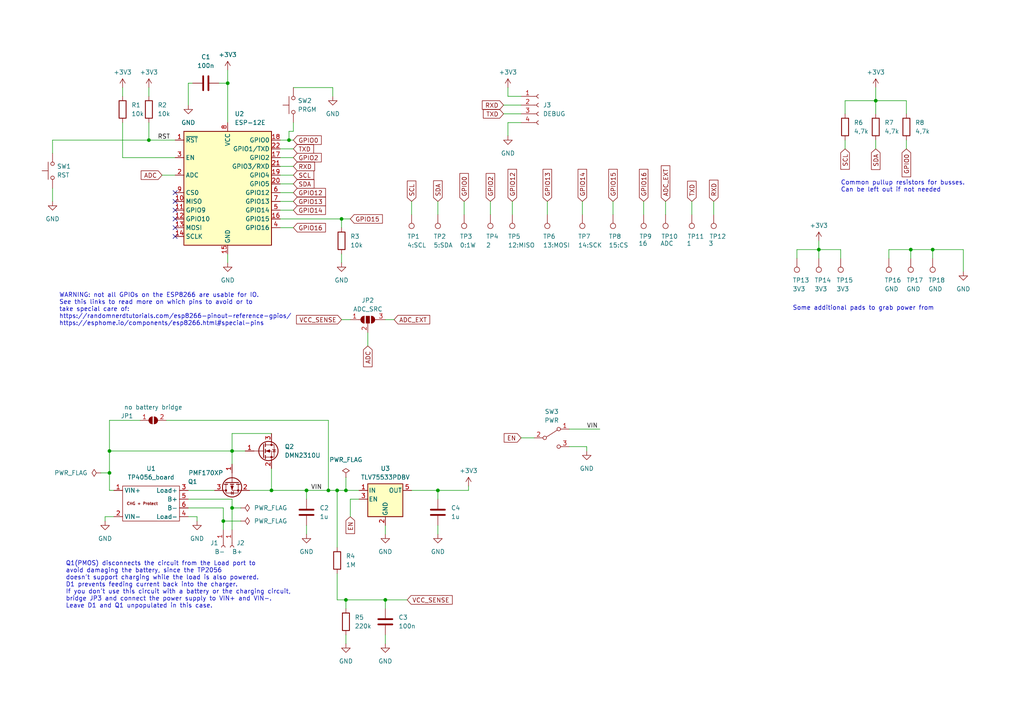
<source format=kicad_sch>
(kicad_sch (version 20230121) (generator eeschema)
  (paper "A4")
  (lib_symbols
    (symbol "Connector:Conn_01x01_Socket" (pin_names (offset 1.016) hide)
      (property "Reference" "J" (at 0 2.54 0))
      (property "Value" "Conn_01x01_Socket" (at 0 -2.54 0))
      (symbol "Conn_01x01_Socket_1_1"
        (polyline (pts (xy -1.27 0) (xy -0.508 0)) (stroke (width 0.1524)))
        (arc (start 0 0.508) (mid -0.5058 0) (end 0 -0.508) (stroke (width 0.1524)))
        (pin passive line (at -5.08 0 0) (length 3.81) (name "Pin_1") (number "1"))
      )
    )
    (symbol "Connector:Conn_01x04_Socket" (pin_names (offset 1.016) hide)
      (property "Reference" "J" (at 0 5.08 0))
      (property "Value" "Conn_01x04_Socket" (at 0 -7.62 0))
      (symbol "Conn_01x04_Socket_1_1"
        (arc (start 0 -4.572) (mid -0.5058 -5.08) (end 0 -5.588) (stroke (width 0.1524)))
        (arc (start 0 -2.032) (mid -0.5058 -2.54) (end 0 -3.048) (stroke (width 0.1524)))
        (polyline (pts (xy -1.27 -5.08) (xy -0.508 -5.08)) (stroke (width 0.1524)))
        (polyline (pts (xy -1.27 -2.54) (xy -0.508 -2.54)) (stroke (width 0.1524)))
        (polyline (pts (xy -1.27 0) (xy -0.508 0)) (stroke (width 0.1524)))
        (polyline (pts (xy -1.27 2.54) (xy -0.508 2.54)) (stroke (width 0.1524)))
        (arc (start 0 0.508) (mid -0.5058 0) (end 0 -0.508) (stroke (width 0.1524)))
        (arc (start 0 3.048) (mid -0.5058 2.54) (end 0 2.032) (stroke (width 0.1524)))
        (pin passive line (at -5.08 2.54 0) (length 3.81) (name "Pin_1") (number "1"))
        (pin passive line (at -5.08 0 0) (length 3.81) (name "Pin_2") (number "2"))
        (pin passive line (at -5.08 -2.54 0) (length 3.81) (name "Pin_3") (number "3"))
        (pin passive line (at -5.08 -5.08 0) (length 3.81) (name "Pin_4") (number "4"))
      )
    )
    (symbol "Connector:TestPoint" (pin_numbers hide) (pin_names (offset 0.762) hide)
      (property "Reference" "TP" (at 0 6.858 0))
      (property "Value" "TestPoint" (at 0 5.08 0))
      (symbol "TestPoint_0_1"
        (circle (center 0 3.302) (radius 0.762))
      )
      (symbol "TestPoint_1_1"
        (pin passive line (at 0 0 90) (length 2.54) (name "1") (number "1"))
      )
    )
    (symbol "Device:C" (pin_numbers hide) (pin_names (offset 0.254))
      (property "Reference" "C" (at 0.635 2.54 0))
      (property "Value" "C" (at 0.635 -2.54 0))
      (symbol "C_0_1"
        (polyline (pts (xy -2.032 -0.762) (xy 2.032 -0.762)) (stroke (width 0.508)))
        (polyline (pts (xy -2.032 0.762) (xy 2.032 0.762)) (stroke (width 0.508)))
      )
      (symbol "C_1_1"
        (pin passive line (at 0 3.81 270) (length 2.794) (name "~") (number "1"))
        (pin passive line (at 0 -3.81 90) (length 2.794) (name "~") (number "2"))
      )
    )
    (symbol "Device:Q_NMOS_GSD" (pin_names (offset 0) hide)
      (property "Reference" "Q" (at 5.08 1.27 0))
      (property "Value" "Q_NMOS_GSD" (at 5.08 -1.27 0))
      (symbol "Q_NMOS_GSD_0_1"
        (polyline (pts (xy 0.254 0) (xy -2.54 0)))
        (polyline (pts (xy 0.254 1.905) (xy 0.254 -1.905)) (stroke (width 0.254)))
        (polyline (pts (xy 0.762 -1.27) (xy 0.762 -2.286)) (stroke (width 0.254)))
        (polyline (pts (xy 0.762 0.508) (xy 0.762 -0.508)) (stroke (width 0.254)))
        (polyline (pts (xy 0.762 2.286) (xy 0.762 1.27)) (stroke (width 0.254)))
        (polyline (pts (xy 2.54 2.54) (xy 2.54 1.778)))
        (polyline (pts (xy 2.54 -2.54) (xy 2.54 0) (xy 0.762 0)))
        (polyline (pts (xy 0.762 -1.778) (xy 3.302 -1.778) (xy 3.302 1.778) (xy 0.762 1.778)))
        (polyline (pts (xy 1.016 0) (xy 2.032 0.381) (xy 2.032 -0.381) (xy 1.016 0)) (fill (type outline)))
        (polyline (pts (xy 2.794 0.508) (xy 2.921 0.381) (xy 3.683 0.381) (xy 3.81 0.254)))
        (polyline (pts (xy 3.302 0.381) (xy 2.921 -0.254) (xy 3.683 -0.254) (xy 3.302 0.381)))
        (circle (center 1.651 0) (radius 2.794) (stroke (width 0.254)))
        (circle (center 2.54 -1.778) (radius 0.254) (fill (type outline)))
        (circle (center 2.54 1.778) (radius 0.254) (fill (type outline)))
      )
      (symbol "Q_NMOS_GSD_1_1"
        (pin input line (at -5.08 0 0) (length 2.54) (name "G") (number "1"))
        (pin passive line (at 2.54 -5.08 90) (length 2.54) (name "S") (number "2"))
        (pin passive line (at 2.54 5.08 270) (length 2.54) (name "D") (number "3"))
      )
    )
    (symbol "Device:R" (pin_numbers hide) (pin_names (offset 0))
      (property "Reference" "R" (at 2.032 0 90))
      (property "Value" "R" (at 0 0 90))
      (symbol "R_0_1"
        (rectangle (start -1.016 -2.54) (end 1.016 2.54) (stroke (width 0.254)))
      )
      (symbol "R_1_1"
        (pin passive line (at 0 3.81 270) (length 1.27) (name "~") (number "1"))
        (pin passive line (at 0 -3.81 90) (length 1.27) (name "~") (number "2"))
      )
    )
    (symbol "Jumper:SolderJumper_2_Open" (pin_names (offset 0) hide)
      (property "Reference" "JP" (at 0 2.032 0))
      (property "Value" "SolderJumper_2_Open" (at 0 -2.54 0))
      (symbol "SolderJumper_2_Open_0_1"
        (arc (start -0.254 1.016) (mid -1.2656 0) (end -0.254 -1.016))
        (arc (start -0.254 1.016) (mid -1.2656 0) (end -0.254 -1.016) (fill (type outline)))
        (polyline (pts (xy -0.254 1.016) (xy -0.254 -1.016)))
        (polyline (pts (xy 0.254 1.016) (xy 0.254 -1.016)))
        (arc (start 0.254 -1.016) (mid 1.2656 0) (end 0.254 1.016))
        (arc (start 0.254 -1.016) (mid 1.2656 0) (end 0.254 1.016) (fill (type outline)))
      )
      (symbol "SolderJumper_2_Open_1_1"
        (pin passive line (at -3.81 0 0) (length 2.54) (name "A") (number "1"))
        (pin passive line (at 3.81 0 180) (length 2.54) (name "B") (number "2"))
      )
    )
    (symbol "Jumper:SolderJumper_3_Open" (pin_names (offset 0) hide)
      (property "Reference" "JP" (at -2.54 -2.54 0))
      (property "Value" "SolderJumper_3_Open" (at 0 2.794 0))
      (symbol "SolderJumper_3_Open_0_1"
        (arc (start -1.016 1.016) (mid -2.0276 0) (end -1.016 -1.016))
        (arc (start -1.016 1.016) (mid -2.0276 0) (end -1.016 -1.016) (fill (type outline)))
        (rectangle (start -0.508 1.016) (end 0.508 -1.016) (fill (type outline)))
        (polyline (pts (xy -2.54 0) (xy -2.032 0)))
        (polyline (pts (xy -1.016 1.016) (xy -1.016 -1.016)))
        (polyline (pts (xy 0 -1.27) (xy 0 -1.016)))
        (polyline (pts (xy 1.016 1.016) (xy 1.016 -1.016)))
        (polyline (pts (xy 2.54 0) (xy 2.032 0)))
        (arc (start 1.016 -1.016) (mid 2.0276 0) (end 1.016 1.016))
        (arc (start 1.016 -1.016) (mid 2.0276 0) (end 1.016 1.016) (fill (type outline)))
      )
      (symbol "SolderJumper_3_Open_1_1"
        (pin passive line (at -5.08 0 0) (length 2.54) (name "A") (number "1"))
        (pin passive line (at 0 -3.81 90) (length 2.54) (name "C") (number "2"))
        (pin passive line (at 5.08 0 180) (length 2.54) (name "B") (number "3"))
      )
    )
    (symbol "RF_Module:ESP-12E"
      (property "Reference" "U" (at -12.7 19.05 0))
      (property "Value" "ESP-12E" (at 12.7 19.05 0))
      (symbol "ESP-12E_0_1"
        (rectangle (start -12.7 17.78) (end 12.7 -15.24) (stroke (width 0.254)) (fill (type background)))
      )
      (symbol "ESP-12E_1_1"
        (pin input line (at -15.24 15.24 0) (length 2.54) (name "~{RST}") (number "1"))
        (pin bidirectional line (at -15.24 -2.54 0) (length 2.54) (name "MISO") (number "10"))
        (pin bidirectional line (at -15.24 -5.08 0) (length 2.54) (name "GPIO9") (number "11"))
        (pin bidirectional line (at -15.24 -7.62 0) (length 2.54) (name "GPIO10") (number "12"))
        (pin bidirectional line (at -15.24 -10.16 0) (length 2.54) (name "MOSI") (number "13"))
        (pin bidirectional line (at -15.24 -12.7 0) (length 2.54) (name "SCLK") (number "14"))
        (pin power_in line (at 0 -17.78 90) (length 2.54) (name "GND") (number "15"))
        (pin bidirectional line (at 15.24 -7.62 180) (length 2.54) (name "GPIO15") (number "16"))
        (pin bidirectional line (at 15.24 10.16 180) (length 2.54) (name "GPIO2") (number "17"))
        (pin bidirectional line (at 15.24 15.24 180) (length 2.54) (name "GPIO0") (number "18"))
        (pin bidirectional line (at 15.24 5.08 180) (length 2.54) (name "GPIO4") (number "19"))
        (pin input line (at -15.24 5.08 0) (length 2.54) (name "ADC") (number "2"))
        (pin bidirectional line (at 15.24 2.54 180) (length 2.54) (name "GPIO5") (number "20"))
        (pin bidirectional line (at 15.24 7.62 180) (length 2.54) (name "GPIO3/RXD") (number "21"))
        (pin bidirectional line (at 15.24 12.7 180) (length 2.54) (name "GPIO1/TXD") (number "22"))
        (pin input line (at -15.24 10.16 0) (length 2.54) (name "EN") (number "3"))
        (pin bidirectional line (at 15.24 -10.16 180) (length 2.54) (name "GPIO16") (number "4"))
        (pin bidirectional line (at 15.24 -5.08 180) (length 2.54) (name "GPIO14") (number "5"))
        (pin bidirectional line (at 15.24 0 180) (length 2.54) (name "GPIO12") (number "6"))
        (pin bidirectional line (at 15.24 -2.54 180) (length 2.54) (name "GPIO13") (number "7"))
        (pin power_in line (at 0 20.32 270) (length 2.54) (name "VCC") (number "8"))
        (pin input line (at -15.24 0 0) (length 2.54) (name "CS0") (number "9"))
      )
    )
    (symbol "Regulator_Linear:TLV75533PDBV" (pin_names (offset 0.254))
      (property "Reference" "U" (at -3.81 5.715 0))
      (property "Value" "TLV75533PDBV" (at 0 5.715 0))
      (symbol "TLV75533PDBV_0_1"
        (rectangle (start -5.08 4.445) (end 5.08 -5.08) (stroke (width 0.254)) (fill (type background)))
      )
      (symbol "TLV75533PDBV_1_1"
        (pin power_in line (at -7.62 2.54 0) (length 2.54) (name "IN") (number "1"))
        (pin power_in line (at 0 -7.62 90) (length 2.54) (name "GND") (number "2"))
        (pin input line (at -7.62 0 0) (length 2.54) (name "EN") (number "3"))
        (pin no_connect line (at 5.08 0 180) (length 2.54) hide (name "NC") (number "4"))
        (pin power_out line (at 7.62 2.54 180) (length 2.54) (name "OUT") (number "5"))
      )
    )
    (symbol "Switch:SW_Push" (pin_numbers hide) (pin_names (offset 1.016) hide)
      (property "Reference" "SW" (at 1.27 2.54 0))
      (property "Value" "SW_Push" (at 0 -1.524 0))
      (symbol "SW_Push_0_1"
        (circle (center -2.032 0) (radius 0.508))
        (polyline (pts (xy 0 1.27) (xy 0 3.048)))
        (polyline (pts (xy 2.54 1.27) (xy -2.54 1.27)))
        (circle (center 2.032 0) (radius 0.508))
        (pin passive line (at -5.08 0 0) (length 2.54) (name "1") (number "1"))
        (pin passive line (at 5.08 0 180) (length 2.54) (name "2") (number "2"))
      )
    )
    (symbol "Switch:SW_SPDT" (pin_names (offset 0) hide)
      (property "Reference" "SW" (at 0 4.318 0))
      (property "Value" "SW_SPDT" (at 0 -5.08 0))
      (symbol "SW_SPDT_0_0"
        (circle (center -2.032 0) (radius 0.508))
        (circle (center 2.032 -2.54) (radius 0.508))
      )
      (symbol "SW_SPDT_0_1"
        (polyline (pts (xy -1.524 0.254) (xy 1.651 2.286)))
        (circle (center 2.032 2.54) (radius 0.508))
      )
      (symbol "SW_SPDT_1_1"
        (pin passive line (at 5.08 2.54 180) (length 2.54) (name "A") (number "1"))
        (pin passive line (at -5.08 0 0) (length 2.54) (name "B") (number "2"))
        (pin passive line (at 5.08 -2.54 180) (length 2.54) (name "C") (number "3"))
      )
    )
    (symbol "Transistor_FET:IRLML6401" (pin_names hide)
      (property "Reference" "Q" (at 5.08 1.905 0))
      (property "Value" "IRLML6401" (at 5.08 0 0))
      (symbol "IRLML6401_0_1"
        (polyline (pts (xy 0.254 0) (xy -2.54 0)))
        (polyline (pts (xy 0.254 1.905) (xy 0.254 -1.905)) (stroke (width 0.254)))
        (polyline (pts (xy 0.762 -1.27) (xy 0.762 -2.286)) (stroke (width 0.254)))
        (polyline (pts (xy 0.762 0.508) (xy 0.762 -0.508)) (stroke (width 0.254)))
        (polyline (pts (xy 0.762 2.286) (xy 0.762 1.27)) (stroke (width 0.254)))
        (polyline (pts (xy 2.54 2.54) (xy 2.54 1.778)))
        (polyline (pts (xy 2.54 -2.54) (xy 2.54 0) (xy 0.762 0)))
        (polyline (pts (xy 0.762 1.778) (xy 3.302 1.778) (xy 3.302 -1.778) (xy 0.762 -1.778)))
        (polyline (pts (xy 2.286 0) (xy 1.27 0.381) (xy 1.27 -0.381) (xy 2.286 0)) (fill (type outline)))
        (polyline (pts (xy 2.794 -0.508) (xy 2.921 -0.381) (xy 3.683 -0.381) (xy 3.81 -0.254)))
        (polyline (pts (xy 3.302 -0.381) (xy 2.921 0.254) (xy 3.683 0.254) (xy 3.302 -0.381)))
        (circle (center 1.651 0) (radius 2.794) (stroke (width 0.254)))
        (circle (center 2.54 -1.778) (radius 0.254) (fill (type outline)))
        (circle (center 2.54 1.778) (radius 0.254) (fill (type outline)))
      )
      (symbol "IRLML6401_1_1"
        (pin input line (at -5.08 0 0) (length 2.54) (name "G") (number "1"))
        (pin passive line (at 2.54 -5.08 90) (length 2.54) (name "S") (number "2"))
        (pin passive line (at 2.54 5.08 270) (length 2.54) (name "D") (number "3"))
      )
    )
    (symbol "anphi_util:TP4056_board"
      (property "Reference" "U" (at 2.54 -3.81 0))
      (property "Value" "TP4056_board" (at 7.62 -1.27 0))
      (symbol "TP4056_board_0_0"
        (text "CHG + Protect" (at 5.715 5.08 0) (effects (font (size 0.8 0.8))))
      )
      (symbol "TP4056_board_0_1"
        (rectangle (start 0 10.16) (end 16.51 0))
      )
      (symbol "TP4056_board_1_1"
        (pin power_in line (at -2.54 8.89 0) (length 2.54) (name "VIN+") (number "1"))
        (pin power_in line (at -2.54 1.27 0) (length 2.54) (name "VIN-") (number "2"))
        (pin power_out line (at 19.05 8.89 180) (length 2.54) (name "Load+") (number "3"))
        (pin power_out line (at 19.05 1.27 180) (length 2.54) (name "Load-") (number "4"))
        (pin power_in line (at 19.05 6.35 180) (length 2.54) (name "B+") (number "5"))
        (pin power_in line (at 19.05 3.81 180) (length 2.54) (name "B-") (number "6"))
      )
    )
    (symbol "power:+3V3" (power) (pin_names (offset 0))
      (property "Value" "+3V3" (at 0 3.556 0))
      (symbol "+3V3_0_1"
        (polyline (pts (xy -0.762 1.27) (xy 0 2.54)))
        (polyline (pts (xy 0 0) (xy 0 2.54)))
        (polyline (pts (xy 0 2.54) (xy 0.762 1.27)))
      )
      (symbol "+3V3_1_1"
        (pin power_in line (at 0 0 90) (length 0) hide (name "+3V3") (number "1"))
      )
    )
    (symbol "power:GND" (power) (pin_names (offset 0))
      (property "Value" "GND" (at 0 -3.81 0))
      (symbol "GND_0_1"
        (polyline (pts (xy 0 0) (xy 0 -1.27) (xy 1.27 -1.27) (xy 0 -2.54) (xy -1.27 -1.27) (xy 0 -1.27)))
      )
      (symbol "GND_1_1"
        (pin power_in line (at 0 0 270) (length 0) hide (name "GND") (number "1"))
      )
    )
    (symbol "power:PWR_FLAG" (power) (pin_numbers hide) (pin_names (offset 0) hide)
      (property "Value" "PWR_FLAG" (at 0 3.81 0))
      (symbol "PWR_FLAG_0_0"
        (pin power_out line (at 0 0 90) (length 0) (name "pwr") (number "1"))
      )
      (symbol "PWR_FLAG_0_1"
        (polyline (pts (xy 0 0) (xy 0 1.27) (xy -1.016 1.905) (xy 0 2.54) (xy 1.016 1.905) (xy 0 1.27)))
      )
    )
  )
  (junction (at 78.74 142.24))
  (junction (at 264.16 72.39))
  (junction (at 67.31 147.32))
  (junction (at 88.9 142.24))
  (junction (at 67.31 130.81))
  (junction (at 99.06 63.5))
  (junction (at 111.76 173.99))
  (junction (at 31.75 137.16))
  (junction (at 100.33 173.99))
  (junction (at 127 142.24))
  (junction (at 43.18 40.64))
  (junction (at 97.79 142.24))
  (junction (at 31.75 130.81))
  (junction (at 237.49 72.39))
  (junction (at 95.25 142.24))
  (junction (at 270.51 72.39))
  (junction (at 83.82 40.64))
  (junction (at 100.33 142.24))
  (junction (at 254 29.21))
  (junction (at 64.77 151.13))
  (junction (at 66.04 24.13))
  (no_connect (at 50.8 66.04))
  (no_connect (at 50.8 63.5))
  (no_connect (at 50.8 60.96))
  (no_connect (at 50.8 68.58))
  (no_connect (at 50.8 58.42))
  (no_connect (at 50.8 55.88))
  (wire (pts (xy 99.06 63.5) (xy 99.06 66.04)))
  (wire (pts (xy 270.51 72.39) (xy 270.51 74.93)))
  (wire (pts (xy 31.75 137.16) (xy 31.75 130.81)))
  (wire (pts (xy 270.51 72.39) (xy 264.16 72.39)))
  (wire (pts (xy 54.61 144.78) (xy 67.31 144.78)))
  (wire (pts (xy 35.56 45.72) (xy 35.56 35.56)))
  (wire (pts (xy 43.18 35.56) (xy 43.18 40.64)))
  (wire (pts (xy 67.31 130.81) (xy 67.31 134.62)))
  (wire (pts (xy 83.82 40.64) (xy 85.09 40.64)))
  (wire (pts (xy 119.38 142.24) (xy 127 142.24)))
  (wire (pts (xy 262.89 29.21) (xy 262.89 33.02)))
  (wire (pts (xy 158.75 58.42) (xy 158.75 62.23)))
  (wire (pts (xy 63.5 24.13) (xy 66.04 24.13)))
  (wire (pts (xy 81.28 43.18) (xy 85.09 43.18)))
  (wire (pts (xy 50.8 45.72) (xy 35.56 45.72)))
  (wire (pts (xy 147.32 35.56) (xy 147.32 39.37)))
  (wire (pts (xy 279.4 72.39) (xy 270.51 72.39)))
  (wire (pts (xy 142.24 58.42) (xy 142.24 62.23)))
  (wire (pts (xy 279.4 78.74) (xy 279.4 72.39)))
  (wire (pts (xy 64.77 151.13) (xy 64.77 153.67)))
  (wire (pts (xy 43.18 40.64) (xy 50.8 40.64)))
  (wire (pts (xy 31.75 142.24) (xy 33.02 142.24)))
  (wire (pts (xy 237.49 72.39) (xy 237.49 74.93)))
  (wire (pts (xy 95.25 121.92) (xy 48.26 121.92)))
  (wire (pts (xy 127 152.4) (xy 127 154.94)))
  (wire (pts (xy 88.9 142.24) (xy 88.9 144.78)))
  (wire (pts (xy 35.56 25.4) (xy 35.56 27.94)))
  (wire (pts (xy 237.49 69.85) (xy 237.49 72.39)))
  (wire (pts (xy 146.05 30.48) (xy 151.13 30.48)))
  (wire (pts (xy 83.82 38.1) (xy 85.09 38.1)))
  (wire (pts (xy 81.28 63.5) (xy 99.06 63.5)))
  (wire (pts (xy 100.33 142.24) (xy 104.14 142.24)))
  (wire (pts (xy 111.76 92.71) (xy 114.3 92.71)))
  (wire (pts (xy 245.11 40.64) (xy 245.11 43.18)))
  (wire (pts (xy 15.24 40.64) (xy 15.24 44.45)))
  (wire (pts (xy 81.28 45.72) (xy 85.09 45.72)))
  (wire (pts (xy 264.16 72.39) (xy 264.16 74.93)))
  (wire (pts (xy 81.28 55.88) (xy 85.09 55.88)))
  (wire (pts (xy 243.84 72.39) (xy 243.84 74.93)))
  (wire (pts (xy 231.14 74.93) (xy 231.14 72.39)))
  (wire (pts (xy 43.18 25.4) (xy 43.18 27.94)))
  (wire (pts (xy 67.31 130.81) (xy 71.12 130.81)))
  (wire (pts (xy 186.69 58.42) (xy 186.69 62.23)))
  (wire (pts (xy 97.79 142.24) (xy 100.33 142.24)))
  (wire (pts (xy 81.28 40.64) (xy 83.82 40.64)))
  (wire (pts (xy 67.31 147.32) (xy 69.85 147.32)))
  (wire (pts (xy 78.74 135.89) (xy 78.74 142.24)))
  (wire (pts (xy 262.89 40.64) (xy 262.89 43.18)))
  (wire (pts (xy 54.61 24.13) (xy 55.88 24.13)))
  (wire (pts (xy 15.24 54.61) (xy 15.24 58.42)))
  (wire (pts (xy 81.28 48.26) (xy 85.09 48.26)))
  (wire (pts (xy 146.05 33.02) (xy 151.13 33.02)))
  (wire (pts (xy 254 25.4) (xy 254 29.21)))
  (wire (pts (xy 85.09 38.1) (xy 85.09 35.56)))
  (wire (pts (xy 81.28 66.04) (xy 85.09 66.04)))
  (wire (pts (xy 78.74 125.73) (xy 67.31 125.73)))
  (wire (pts (xy 147.32 25.4) (xy 147.32 27.94)))
  (wire (pts (xy 46.99 50.8) (xy 50.8 50.8)))
  (wire (pts (xy 83.82 40.64) (xy 83.82 38.1)))
  (wire (pts (xy 81.28 50.8) (xy 85.09 50.8)))
  (wire (pts (xy 99.06 73.66) (xy 99.06 76.2)))
  (wire (pts (xy 31.75 121.92) (xy 31.75 130.81)))
  (wire (pts (xy 151.13 27.94) (xy 147.32 27.94)))
  (wire (pts (xy 151.13 35.56) (xy 147.32 35.56)))
  (wire (pts (xy 101.6 144.78) (xy 101.6 149.86)))
  (wire (pts (xy 111.76 173.99) (xy 100.33 173.99)))
  (wire (pts (xy 66.04 73.66) (xy 66.04 76.2)))
  (wire (pts (xy 66.04 24.13) (xy 66.04 35.56)))
  (wire (pts (xy 57.15 151.13) (xy 57.15 149.86)))
  (wire (pts (xy 111.76 152.4) (xy 111.76 154.94)))
  (wire (pts (xy 54.61 142.24) (xy 62.23 142.24)))
  (wire (pts (xy 67.31 125.73) (xy 67.31 130.81)))
  (wire (pts (xy 64.77 151.13) (xy 69.85 151.13)))
  (wire (pts (xy 81.28 53.34) (xy 85.09 53.34)))
  (wire (pts (xy 165.1 124.46) (xy 173.99 124.46)))
  (wire (pts (xy 127 142.24) (xy 135.89 142.24)))
  (wire (pts (xy 81.28 60.96) (xy 85.09 60.96)))
  (wire (pts (xy 151.13 127) (xy 154.94 127)))
  (wire (pts (xy 100.33 173.99) (xy 100.33 176.53)))
  (wire (pts (xy 231.14 72.39) (xy 237.49 72.39)))
  (wire (pts (xy 254 29.21) (xy 254 33.02)))
  (wire (pts (xy 95.25 121.92) (xy 95.25 142.24)))
  (wire (pts (xy 40.64 121.92) (xy 31.75 121.92)))
  (wire (pts (xy 200.66 58.42) (xy 200.66 62.23)))
  (wire (pts (xy 168.91 58.42) (xy 168.91 62.23)))
  (wire (pts (xy 106.68 96.52) (xy 106.68 100.33)))
  (wire (pts (xy 254 40.64) (xy 254 43.18)))
  (wire (pts (xy 99.06 63.5) (xy 101.6 63.5)))
  (wire (pts (xy 111.76 173.99) (xy 118.11 173.99)))
  (wire (pts (xy 54.61 30.48) (xy 54.61 24.13)))
  (wire (pts (xy 57.15 149.86) (xy 54.61 149.86)))
  (wire (pts (xy 15.24 40.64) (xy 43.18 40.64)))
  (wire (pts (xy 66.04 20.32) (xy 66.04 24.13)))
  (wire (pts (xy 264.16 72.39) (xy 257.81 72.39)))
  (wire (pts (xy 193.04 58.42) (xy 193.04 62.23)))
  (wire (pts (xy 119.38 58.42) (xy 119.38 62.23)))
  (wire (pts (xy 170.18 129.54) (xy 165.1 129.54)))
  (wire (pts (xy 67.31 144.78) (xy 67.31 147.32)))
  (wire (pts (xy 88.9 142.24) (xy 95.25 142.24)))
  (wire (pts (xy 64.77 147.32) (xy 64.77 151.13)))
  (wire (pts (xy 54.61 147.32) (xy 64.77 147.32)))
  (wire (pts (xy 78.74 142.24) (xy 88.9 142.24)))
  (wire (pts (xy 104.14 144.78) (xy 101.6 144.78)))
  (wire (pts (xy 96.52 27.94) (xy 96.52 25.4)))
  (wire (pts (xy 177.8 58.42) (xy 177.8 62.23)))
  (wire (pts (xy 134.62 58.42) (xy 134.62 62.23)))
  (wire (pts (xy 30.48 149.86) (xy 30.48 151.13)))
  (wire (pts (xy 245.11 33.02) (xy 245.11 29.21)))
  (wire (pts (xy 96.52 25.4) (xy 85.09 25.4)))
  (wire (pts (xy 111.76 176.53) (xy 111.76 173.99)))
  (wire (pts (xy 97.79 166.37) (xy 97.79 173.99)))
  (wire (pts (xy 148.59 58.42) (xy 148.59 62.23)))
  (wire (pts (xy 170.18 130.81) (xy 170.18 129.54)))
  (wire (pts (xy 245.11 29.21) (xy 254 29.21)))
  (wire (pts (xy 135.89 140.97) (xy 135.89 142.24)))
  (wire (pts (xy 127 142.24) (xy 127 144.78)))
  (wire (pts (xy 100.33 138.43) (xy 100.33 142.24)))
  (wire (pts (xy 67.31 147.32) (xy 67.31 153.67)))
  (wire (pts (xy 99.06 92.71) (xy 101.6 92.71)))
  (wire (pts (xy 31.75 142.24) (xy 31.75 137.16)))
  (wire (pts (xy 97.79 142.24) (xy 97.79 158.75)))
  (wire (pts (xy 95.25 142.24) (xy 97.79 142.24)))
  (wire (pts (xy 88.9 152.4) (xy 88.9 154.94)))
  (wire (pts (xy 100.33 184.15) (xy 100.33 186.69)))
  (wire (pts (xy 29.21 137.16) (xy 31.75 137.16)))
  (wire (pts (xy 81.28 58.42) (xy 85.09 58.42)))
  (wire (pts (xy 254 29.21) (xy 262.89 29.21)))
  (wire (pts (xy 97.79 173.99) (xy 100.33 173.99)))
  (wire (pts (xy 31.75 130.81) (xy 67.31 130.81)))
  (wire (pts (xy 207.01 58.42) (xy 207.01 62.23)))
  (wire (pts (xy 257.81 72.39) (xy 257.81 74.93)))
  (wire (pts (xy 237.49 72.39) (xy 243.84 72.39)))
  (wire (pts (xy 33.02 149.86) (xy 30.48 149.86)))
  (wire (pts (xy 72.39 142.24) (xy 78.74 142.24)))
  (wire (pts (xy 111.76 184.15) (xy 111.76 186.69)))
  (wire (pts (xy 127 58.42) (xy 127 62.23)))
  (text "Q1(PMOS) disconnects the circuit from the Load port to\navoid damaging the battery, since the TP2056 \ndoesn't support charging while the load is also powered.\nD1 prevents feeding current back into the charger.\nIf you don't use this circuit with a battery or the charging circuit,\nbridge JP3 and connect the power supply to VIN+ and VIN-.\nLeave D1 and Q1 unpopulated in this case." (at 19.05 176.53 0) (effects (font (size 1.27 1.27)) (justify left bottom)))
  (text "Some additional pads to grab power from" (at 229.87 90.17 0) (effects (font (size 1.27 1.27)) (justify left bottom)))
  (text "Common pullup resistors for busses.\nCan be left out if not needed\n" (at 243.84 55.88 0) (effects (font (size 1.27 1.27)) (justify left bottom)))
  (text "WARNING: not all GPIOs on the ESP8266 are usable for IO.\nSee this links to read more on which pins to avoid or to\ntake special care of:\nhttps://randomnerdtutorials.com/esp8266-pinout-reference-gpios/\nhttps://esphome.io/components/esp8266.html#special-pins" (at 17.145 94.615 0) (effects (font (size 1.27 1.27)) (justify left bottom)))
  (label "RST" (at 45.72 40.64 0))
  (label "VIN" (at 90.17 142.24 0))
  (label "VIN" (at 170.18 124.46 0))
  (global_label "GPIO12" (shape input) (at 85.09 55.88 0) (property "Intersheetrefs" "${INTERSHEET_REFS}" (effects hide)))
  (global_label "GPIO13" (shape input) (at 85.09 58.42 0) (property "Intersheetrefs" "${INTERSHEET_REFS}" (effects hide)))
  (global_label "VCC_SENSE" (shape input) (at 118.11 173.99 0) (property "Intersheetrefs" "${INTERSHEET_REFS}" (effects hide)))
  (global_label "RXD" (shape input) (at 207.01 58.42 90) (property "Intersheetrefs" "${INTERSHEET_REFS}" (effects hide)))
  (global_label "GPIO12" (shape input) (at 148.59 58.42 90) (property "Intersheetrefs" "${INTERSHEET_REFS}" (effects hide)))
  (global_label "SDA" (shape input) (at 254 43.18 270) (property "Intersheetrefs" "${INTERSHEET_REFS}" (effects hide)))
  (global_label "VCC_SENSE" (shape input) (at 99.06 92.71 180) (property "Intersheetrefs" "${INTERSHEET_REFS}" (effects hide)))
  (global_label "GPIO0" (shape input) (at 262.89 43.18 270) (property "Intersheetrefs" "${INTERSHEET_REFS}" (effects hide)))
  (global_label "GPIO16" (shape input) (at 85.09 66.04 0) (property "Intersheetrefs" "${INTERSHEET_REFS}" (effects hide)))
  (global_label "SCL" (shape input) (at 85.09 50.8 0) (property "Intersheetrefs" "${INTERSHEET_REFS}" (effects hide)))
  (global_label "GPIO13" (shape input) (at 158.75 58.42 90) (property "Intersheetrefs" "${INTERSHEET_REFS}" (effects hide)))
  (global_label "GPIO0" (shape input) (at 134.62 58.42 90) (property "Intersheetrefs" "${INTERSHEET_REFS}" (effects hide)))
  (global_label "RXD" (shape input) (at 85.09 48.26 0) (property "Intersheetrefs" "${INTERSHEET_REFS}" (effects hide)))
  (global_label "ADC" (shape input) (at 46.99 50.8 180) (property "Intersheetrefs" "${INTERSHEET_REFS}" (effects hide)))
  (global_label "SDA" (shape input) (at 127 58.42 90) (property "Intersheetrefs" "${INTERSHEET_REFS}" (effects hide)))
  (global_label "GPIO14" (shape input) (at 85.09 60.96 0) (property "Intersheetrefs" "${INTERSHEET_REFS}" (effects hide)))
  (global_label "GPIO15" (shape input) (at 177.8 58.42 90) (property "Intersheetrefs" "${INTERSHEET_REFS}" (effects hide)))
  (global_label "ADC_EXT" (shape input) (at 193.04 58.42 90) (property "Intersheetrefs" "${INTERSHEET_REFS}" (effects hide)))
  (global_label "GPIO16" (shape input) (at 186.69 58.42 90) (property "Intersheetrefs" "${INTERSHEET_REFS}" (effects hide)))
  (global_label "TXD" (shape input) (at 200.66 58.42 90) (property "Intersheetrefs" "${INTERSHEET_REFS}" (effects hide)))
  (global_label "EN" (shape input) (at 101.6 149.86 270) (property "Intersheetrefs" "${INTERSHEET_REFS}" (effects hide)))
  (global_label "SCL" (shape input) (at 245.11 43.18 270) (property "Intersheetrefs" "${INTERSHEET_REFS}" (effects hide)))
  (global_label "ADC_EXT" (shape input) (at 114.3 92.71 0) (property "Intersheetrefs" "${INTERSHEET_REFS}" (effects hide)))
  (global_label "RXD" (shape input) (at 146.05 30.48 180) (property "Intersheetrefs" "${INTERSHEET_REFS}" (effects hide)))
  (global_label "GPIO15" (shape input) (at 101.6 63.5 0) (property "Intersheetrefs" "${INTERSHEET_REFS}" (effects hide)))
  (global_label "SDA" (shape input) (at 85.09 53.34 0) (property "Intersheetrefs" "${INTERSHEET_REFS}" (effects hide)))
  (global_label "GPIO0" (shape input) (at 85.09 40.64 0) (property "Intersheetrefs" "${INTERSHEET_REFS}" (effects hide)))
  (global_label "TXD" (shape input) (at 85.09 43.18 0) (property "Intersheetrefs" "${INTERSHEET_REFS}" (effects hide)))
  (global_label "EN" (shape input) (at 151.13 127 180) (property "Intersheetrefs" "${INTERSHEET_REFS}" (effects hide)))
  (global_label "GPIO2" (shape input) (at 142.24 58.42 90) (property "Intersheetrefs" "${INTERSHEET_REFS}" (effects hide)))
  (global_label "ADC" (shape input) (at 106.68 100.33 270) (property "Intersheetrefs" "${INTERSHEET_REFS}" (effects hide)))
  (global_label "GPIO14" (shape input) (at 168.91 58.42 90) (property "Intersheetrefs" "${INTERSHEET_REFS}" (effects hide)))
  (global_label "SCL" (shape input) (at 119.38 58.42 90) (property "Intersheetrefs" "${INTERSHEET_REFS}" (effects hide)))
  (global_label "GPIO2" (shape input) (at 85.09 45.72 0) (property "Intersheetrefs" "${INTERSHEET_REFS}" (effects hide)))
  (global_label "TXD" (shape input) (at 146.05 33.02 180) (property "Intersheetrefs" "${INTERSHEET_REFS}" (effects hide)))
  (symbol (lib_id "power:GND") (at 96.52 27.94 0) (mirror y) (unit 1)
    (property "Reference" "#PWR010" (effects hide))
    (property "Value" "GND" (at 96.52 33.02 0))
  )
  (symbol (lib_id "power:+3V3") (at 135.89 140.97 0) (unit 1)
    (property "Reference" "#PWR016" (effects hide))
    (property "Value" "+3V3" (at 135.89 136.525 0))
  )
  (symbol (lib_id "Regulator_Linear:TLV75533PDBV") (at 111.76 144.78 0) (unit 1)
    (property "Reference" "U3" (at 111.76 135.89 0))
    (property "Value" "TLV75533PDBV" (at 111.76 138.43 0))
    (property "Footprint" "Package_TO_SOT_SMD:SOT-23-5" (effects hide))
    (property "Datasheet" "http://www.ti.com/lit/ds/symlink/tlv755p.pdf" (effects hide))
  )
  (symbol (lib_id "power:+3V3") (at 43.18 25.4 0) (unit 1)
    (property "Reference" "#PWR04" (effects hide))
    (property "Value" "+3V3" (at 43.18 20.955 0))
  )
  (symbol (lib_id "Jumper:SolderJumper_3_Open") (at 106.68 92.71 0) (unit 1)
    (property "Reference" "JP2" (at 106.68 87.122 0))
    (property "Value" "ADC_SRC" (at 106.68 89.662 0))
    (property "Footprint" "Jumper:SolderJumper-3_P1.3mm_Open_RoundedPad1.0x1.5mm_NumberLabels" (effects hide))
  )
  (symbol (lib_id "Device:Q_NMOS_GSD") (at 76.2 130.81 0) (unit 1)
    (property "Reference" "Q2" (at 82.55 129.54 0) (effects (justify left)))
    (property "Value" "DMN2310U" (at 82.55 132.08 0) (effects (justify left)))
    (property "Footprint" "Package_TO_SOT_SMD:SOT-23-3" (effects hide))
  )
  (symbol (lib_id "power:GND") (at 111.76 154.94 0) (mirror y) (unit 1)
    (property "Reference" "#PWR013" (effects hide))
    (property "Value" "GND" (at 111.76 160.02 0))
  )
  (symbol (lib_id "Device:C") (at 111.76 180.34 0) (unit 1)
    (property "Reference" "C3" (at 115.57 179.0699 0) (effects (justify left)))
    (property "Value" "100n" (at 115.57 181.6099 0) (effects (justify left)))
    (property "Footprint" "Capacitor_SMD:C_0805_2012Metric_Pad1.18x1.45mm_HandSolder" (effects hide))
  )
  (symbol (lib_id "power:GND") (at 30.48 151.13 0) (mirror y) (unit 1)
    (property "Reference" "#PWR02" (effects hide))
    (property "Value" "GND" (at 30.48 156.21 0))
  )
  (symbol (lib_id "power:GND") (at 99.06 76.2 0) (mirror y) (unit 1)
    (property "Reference" "#PWR011" (effects hide))
    (property "Value" "GND" (at 99.06 81.28 0))
  )
  (symbol (lib_id "Connector:TestPoint") (at 264.16 74.93 180) (unit 1)
    (property "Reference" "TP17" (at 262.89 81.28 0) (effects (justify right)))
    (property "Value" "GND" (at 262.89 83.82 0) (effects (justify right)))
    (property "Footprint" "TestPoint:TestPoint_Keystone_5005-5009_Compact" (effects hide))
  )
  (symbol (lib_id "Device:R") (at 43.18 31.75 0) (unit 1)
    (property "Reference" "R2" (at 45.72 30.4799 0) (effects (justify left)))
    (property "Value" "10k" (at 45.72 33.0199 0) (effects (justify left)))
    (property "Footprint" "Resistor_SMD:R_0805_2012Metric_Pad1.20x1.40mm_HandSolder" (effects hide))
  )
  (symbol (lib_id "power:GND") (at 100.33 186.69 0) (mirror y) (unit 1)
    (property "Reference" "#PWR012" (effects hide))
    (property "Value" "GND" (at 100.33 191.77 0))
  )
  (symbol (lib_id "Device:R") (at 100.33 180.34 0) (unit 1)
    (property "Reference" "R5" (at 102.87 179.07 0) (effects (justify left)))
    (property "Value" "220k" (at 102.87 181.61 0) (effects (justify left)))
    (property "Footprint" "Resistor_SMD:R_0805_2012Metric_Pad1.20x1.40mm_HandSolder" (effects hide))
  )
  (symbol (lib_id "RF_Module:ESP-12E") (at 66.04 55.88 0) (unit 1)
    (property "Reference" "U2" (at 68.0594 33.02 0) (effects (justify left)))
    (property "Value" "ESP-12E" (at 68.0594 35.56 0) (effects (justify left)))
    (property "Footprint" "RF_Module:ESP-12E" (effects hide))
    (property "Datasheet" "http://wiki.ai-thinker.com/_media/esp8266/esp8266_series_modules_user_manual_v1.1.pdf" (effects hide))
  )
  (symbol (lib_id "power:GND") (at 66.04 76.2 0) (mirror y) (unit 1)
    (property "Reference" "#PWR08" (effects hide))
    (property "Value" "GND" (at 66.04 81.28 0))
  )
  (symbol (lib_id "Connector:TestPoint") (at 186.69 62.23 180) (unit 1)
    (property "Reference" "TP9" (at 185.42 68.58 0) (effects (justify right)))
    (property "Value" "16" (at 185.166 70.612 0) (effects (justify right)))
    (property "Footprint" "TestPoint:TestPoint_Keystone_5005-5009_Compact" (effects hide))
  )
  (symbol (lib_id "power:GND") (at 111.76 186.69 0) (mirror y) (unit 1)
    (property "Reference" "#PWR014" (effects hide))
    (property "Value" "GND" (at 111.76 191.77 0))
  )
  (symbol (lib_id "Connector:TestPoint") (at 193.04 62.23 180) (unit 1)
    (property "Reference" "TP10" (at 191.77 68.58 0) (effects (justify right)))
    (property "Value" "ADC" (at 191.516 70.612 0) (effects (justify right)))
    (property "Footprint" "TestPoint:TestPoint_Keystone_5005-5009_Compact" (effects hide))
  )
  (symbol (lib_id "power:GND") (at 57.15 151.13 0) (mirror y) (unit 1)
    (property "Reference" "#PWR06" (effects hide))
    (property "Value" "GND" (at 57.15 156.21 0))
  )
  (symbol (lib_id "power:+3V3") (at 66.04 20.32 0) (unit 1)
    (property "Reference" "#PWR07" (effects hide))
    (property "Value" "+3V3" (at 66.04 15.875 0))
  )
  (symbol (lib_id "Connector:TestPoint") (at 119.38 62.23 180) (unit 1)
    (property "Reference" "TP1" (at 118.11 68.58 0) (effects (justify right)))
    (property "Value" "4:SCL" (at 118.11 71.12 0) (effects (justify right)))
    (property "Footprint" "TestPoint:TestPoint_Keystone_5005-5009_Compact" (effects hide))
  )
  (symbol (lib_id "power:PWR_FLAG") (at 69.85 147.32 270) (unit 1)
    (property "Reference" "#FLG02" (effects hide))
    (property "Value" "PWR_FLAG" (at 73.66 147.32 90) (effects (justify left)))
  )
  (symbol (lib_id "Device:R") (at 35.56 31.75 0) (unit 1)
    (property "Reference" "R1" (at 38.1 30.4799 0) (effects (justify left)))
    (property "Value" "10k" (at 38.1 33.0199 0) (effects (justify left)))
    (property "Footprint" "Resistor_SMD:R_0805_2012Metric_Pad1.20x1.40mm_HandSolder" (effects hide))
  )
  (symbol (lib_id "Connector:TestPoint") (at 168.91 62.23 180) (unit 1)
    (property "Reference" "TP7" (at 167.64 68.58 0) (effects (justify right)))
    (property "Value" "14:SCK" (at 167.64 71.12 0) (effects (justify right)))
    (property "Footprint" "TestPoint:TestPoint_Keystone_5005-5009_Compact" (effects hide))
  )
  (symbol (lib_id "Device:C") (at 88.9 148.59 0) (unit 1)
    (property "Reference" "C2" (at 92.71 147.32 0) (effects (justify left)))
    (property "Value" "1u" (at 92.71 149.86 0) (effects (justify left)))
    (property "Footprint" "Capacitor_SMD:C_0805_2012Metric_Pad1.18x1.45mm_HandSolder" (effects hide))
  )
  (symbol (lib_id "power:GND") (at 15.24 58.42 0) (mirror y) (unit 1)
    (property "Reference" "#PWR01" (effects hide))
    (property "Value" "GND" (at 15.24 63.5 0))
  )
  (symbol (lib_id "power:GND") (at 170.18 130.81 0) (mirror y) (unit 1)
    (property "Reference" "#PWR019" (effects hide))
    (property "Value" "GND" (at 170.18 135.89 0))
  )
  (symbol (lib_id "power:+3V3") (at 254 25.4 0) (unit 1)
    (property "Reference" "#PWR021" (effects hide))
    (property "Value" "+3V3" (at 254 20.955 0))
  )
  (symbol (lib_id "Connector:TestPoint") (at 257.81 74.93 180) (unit 1)
    (property "Reference" "TP16" (at 256.54 81.28 0) (effects (justify right)))
    (property "Value" "GND" (at 256.54 83.82 0) (effects (justify right)))
    (property "Footprint" "TestPoint:TestPoint_Keystone_5005-5009_Compact" (effects hide))
  )
  (symbol (lib_id "power:GND") (at 147.32 39.37 0) (mirror y) (unit 1)
    (property "Reference" "#PWR018" (effects hide))
    (property "Value" "GND" (at 147.32 44.45 0))
  )
  (symbol (lib_id "power:GND") (at 127 154.94 0) (mirror y) (unit 1)
    (property "Reference" "#PWR015" (effects hide))
    (property "Value" "GND" (at 127 160.02 0))
  )
  (symbol (lib_id "Switch:SW_Push") (at 85.09 30.48 90) (unit 1)
    (property "Reference" "SW2" (at 86.36 29.21 90) (effects (justify right)))
    (property "Value" "PRGM" (at 86.36 31.75 90) (effects (justify right)))
    (property "Footprint" "Button_Switch_SMD:SW_Tactile_SPST_NO_Straight_CK_PTS636Sx25SMTRLFS" (effects hide))
  )
  (symbol (lib_id "Transistor_FET:IRLML6401") (at 67.31 139.7 90) (mirror x) (unit 1)
    (property "Reference" "Q1" (at 55.88 139.7 90))
    (property "Value" "PMF170XP" (at 59.69 137.16 90))
    (property "Footprint" "Package_TO_SOT_SMD:SOT-323_SC-70_Handsoldering" (effects hide))
    (property "Datasheet" "https://www.infineon.com/dgdl/irlml6401pbf.pdf?fileId=5546d462533600a401535668b96d2634" (effects hide))
  )
  (symbol (lib_id "Connector:TestPoint") (at 127 62.23 180) (unit 1)
    (property "Reference" "TP2" (at 125.73 68.58 0) (effects (justify right)))
    (property "Value" "5:SDA" (at 125.73 71.12 0) (effects (justify right)))
    (property "Footprint" "TestPoint:TestPoint_Keystone_5005-5009_Compact" (effects hide))
  )
  (symbol (lib_id "power:PWR_FLAG") (at 69.85 151.13 270) (unit 1)
    (property "Reference" "#FLG03" (effects hide))
    (property "Value" "PWR_FLAG" (at 73.66 151.13 90) (effects (justify left)))
  )
  (symbol (lib_id "Device:R") (at 245.11 36.83 0) (unit 1)
    (property "Reference" "R6" (at 247.65 35.5599 0) (effects (justify left)))
    (property "Value" "4,7k" (at 247.65 38.0999 0) (effects (justify left)))
    (property "Footprint" "Resistor_SMD:R_0805_2012Metric_Pad1.20x1.40mm_HandSolder" (effects hide))
  )
  (symbol (lib_id "power:GND") (at 279.4 78.74 0) (mirror y) (unit 1)
    (property "Reference" "#PWR022" (effects hide))
    (property "Value" "GND" (at 279.4 83.82 0))
  )
  (symbol (lib_id "Connector:TestPoint") (at 148.59 62.23 180) (unit 1)
    (property "Reference" "TP5" (at 147.32 68.58 0) (effects (justify right)))
    (property "Value" "12:MISO" (at 147.32 71.12 0) (effects (justify right)))
    (property "Footprint" "TestPoint:TestPoint_Keystone_5005-5009_Compact" (effects hide))
  )
  (symbol (lib_id "Connector:TestPoint") (at 270.51 74.93 180) (unit 1)
    (property "Reference" "TP18" (at 269.24 81.28 0) (effects (justify right)))
    (property "Value" "GND" (at 269.24 83.82 0) (effects (justify right)))
    (property "Footprint" "TestPoint:TestPoint_Keystone_5005-5009_Compact" (effects hide))
  )
  (symbol (lib_id "Connector:TestPoint") (at 177.8 62.23 180) (unit 1)
    (property "Reference" "TP8" (at 176.53 68.58 0) (effects (justify right)))
    (property "Value" "15:CS" (at 176.53 71.12 0) (effects (justify right)))
    (property "Footprint" "TestPoint:TestPoint_Keystone_5005-5009_Compact" (effects hide))
  )
  (symbol (lib_id "Connector:Conn_01x01_Socket") (at 64.77 158.75 270) (unit 1)
    (property "Reference" "J1" (at 60.96 157.48 90) (effects (justify left)))
    (property "Value" "B-" (at 62.23 160.02 90) (effects (justify left)))
    (property "Footprint" "TestPoint:TestPoint_Plated_Hole_D2.0mm" (effects hide))
  )
  (symbol (lib_id "Connector:TestPoint") (at 243.84 74.93 180) (unit 1)
    (property "Reference" "TP15" (at 242.57 81.28 0) (effects (justify right)))
    (property "Value" "3V3" (at 242.57 83.82 0) (effects (justify right)))
    (property "Footprint" "TestPoint:TestPoint_Keystone_5005-5009_Compact" (effects hide))
  )
  (symbol (lib_id "Device:C") (at 59.69 24.13 90) (unit 1)
    (property "Reference" "C1" (at 59.69 16.51 90))
    (property "Value" "100n" (at 59.69 19.05 90))
    (property "Footprint" "Capacitor_SMD:C_0805_2012Metric_Pad1.18x1.45mm_HandSolder" (effects hide))
  )
  (symbol (lib_id "Device:R") (at 99.06 69.85 0) (unit 1)
    (property "Reference" "R3" (at 101.6 68.5799 0) (effects (justify left)))
    (property "Value" "10k" (at 101.6 71.1199 0) (effects (justify left)))
    (property "Footprint" "Resistor_SMD:R_0805_2012Metric_Pad1.20x1.40mm_HandSolder" (effects hide))
  )
  (symbol (lib_id "Switch:SW_Push") (at 15.24 49.53 90) (unit 1)
    (property "Reference" "SW1" (at 16.51 48.26 90) (effects (justify right)))
    (property "Value" "RST" (at 16.51 50.8 90) (effects (justify right)))
    (property "Footprint" "Button_Switch_SMD:SW_Tactile_SPST_NO_Straight_CK_PTS636Sx25SMTRLFS" (effects hide))
  )
  (symbol (lib_id "Connector:TestPoint") (at 207.01 62.23 180) (unit 1)
    (property "Reference" "TP12" (at 205.74 68.58 0) (effects (justify right)))
    (property "Value" "3" (at 205.486 70.612 0) (effects (justify right)))
    (property "Footprint" "TestPoint:TestPoint_Keystone_5005-5009_Compact" (effects hide))
  )
  (symbol (lib_id "Device:R") (at 262.89 36.83 0) (unit 1)
    (property "Reference" "R8" (at 265.43 35.5599 0) (effects (justify left)))
    (property "Value" "4,7k" (at 265.43 38.0999 0) (effects (justify left)))
    (property "Footprint" "Resistor_SMD:R_0805_2012Metric_Pad1.20x1.40mm_HandSolder" (effects hide))
  )
  (symbol (lib_id "power:GND") (at 88.9 154.94 0) (mirror y) (unit 1)
    (property "Reference" "#PWR09" (effects hide))
    (property "Value" "GND" (at 88.9 160.02 0))
  )
  (symbol (lib_id "Switch:SW_SPDT") (at 160.02 127 0) (unit 1)
    (property "Reference" "SW3" (at 160.02 119.38 0))
    (property "Value" "PWR" (at 160.02 121.92 0))
    (property "Footprint" "Button_Switch_SMD:SW_SPDT_PCM12" (effects hide))
  )
  (symbol (lib_id "Connector:TestPoint") (at 142.24 62.23 180) (unit 1)
    (property "Reference" "TP4" (at 140.97 68.58 0) (effects (justify right)))
    (property "Value" "2" (at 140.97 71.12 0) (effects (justify right)))
    (property "Footprint" "TestPoint:TestPoint_Keystone_5005-5009_Compact" (effects hide))
  )
  (symbol (lib_id "anphi_util:TP4056_board") (at 35.56 151.13 0) (unit 1)
    (property "Reference" "U1" (at 43.815 135.89 0))
    (property "Value" "TP4056_board" (at 43.815 138.43 0))
    (property "Footprint" "anphi_util:TP4056-18650" (effects hide))
  )
  (symbol (lib_id "Connector:TestPoint") (at 200.66 62.23 180) (unit 1)
    (property "Reference" "TP11" (at 199.39 68.58 0) (effects (justify right)))
    (property "Value" "1" (at 199.136 70.612 0) (effects (justify right)))
    (property "Footprint" "TestPoint:TestPoint_Keystone_5005-5009_Compact" (effects hide))
  )
  (symbol (lib_id "Connector:TestPoint") (at 237.49 74.93 180) (unit 1)
    (property "Reference" "TP14" (at 236.22 81.28 0) (effects (justify right)))
    (property "Value" "3V3" (at 236.22 83.82 0) (effects (justify right)))
    (property "Footprint" "TestPoint:TestPoint_Keystone_5005-5009_Compact" (effects hide))
  )
  (symbol (lib_id "Connector:Conn_01x01_Socket") (at 67.31 158.75 270) (unit 1)
    (property "Reference" "J2" (at 68.58 157.48 90) (effects (justify left)))
    (property "Value" "B+" (at 67.31 160.02 90) (effects (justify left)))
    (property "Footprint" "TestPoint:TestPoint_Plated_Hole_D2.0mm" (effects hide))
  )
  (symbol (lib_id "Device:R") (at 254 36.83 0) (unit 1)
    (property "Reference" "R7" (at 256.54 35.5599 0) (effects (justify left)))
    (property "Value" "4,7k" (at 256.54 38.0999 0) (effects (justify left)))
    (property "Footprint" "Resistor_SMD:R_0805_2012Metric_Pad1.20x1.40mm_HandSolder" (effects hide))
  )
  (symbol (lib_id "Connector:TestPoint") (at 231.14 74.93 180) (unit 1)
    (property "Reference" "TP13" (at 229.87 81.28 0) (effects (justify right)))
    (property "Value" "3V3" (at 229.87 83.82 0) (effects (justify right)))
    (property "Footprint" "TestPoint:TestPoint_Keystone_5005-5009_Compact" (effects hide))
  )
  (symbol (lib_id "Device:C") (at 127 148.59 0) (unit 1)
    (property "Reference" "C4" (at 130.81 147.32 0) (effects (justify left)))
    (property "Value" "1u" (at 130.81 149.86 0) (effects (justify left)))
    (property "Footprint" "Capacitor_SMD:C_0805_2012Metric_Pad1.18x1.45mm_HandSolder" (effects hide))
  )
  (symbol (lib_id "Connector:TestPoint") (at 134.62 62.23 180) (unit 1)
    (property "Reference" "TP3" (at 133.35 68.58 0) (effects (justify right)))
    (property "Value" "0:1W" (at 133.35 71.12 0) (effects (justify right)))
    (property "Footprint" "TestPoint:TestPoint_Keystone_5005-5009_Compact" (effects hide))
  )
  (symbol (lib_id "Connector:TestPoint") (at 158.75 62.23 180) (unit 1)
    (property "Reference" "TP6" (at 157.48 68.58 0) (effects (justify right)))
    (property "Value" "13:MOSI" (at 157.48 71.12 0) (effects (justify right)))
    (property "Footprint" "TestPoint:TestPoint_Keystone_5005-5009_Compact" (effects hide))
  )
  (symbol (lib_id "power:+3V3") (at 35.56 25.4 0) (unit 1)
    (property "Reference" "#PWR03" (effects hide))
    (property "Value" "+3V3" (at 35.56 20.955 0))
  )
  (symbol (lib_id "power:+3V3") (at 147.32 25.4 0) (unit 1)
    (property "Reference" "#PWR017" (effects hide))
    (property "Value" "+3V3" (at 147.32 20.955 0))
  )
  (symbol (lib_id "power:GND") (at 54.61 30.48 0) (mirror y) (unit 1)
    (property "Reference" "#PWR05" (effects hide))
    (property "Value" "GND" (at 54.61 35.56 0))
  )
  (symbol (lib_id "Connector:Conn_01x04_Socket") (at 156.21 30.48 0) (unit 1)
    (property "Reference" "J3" (at 157.48 30.48 0) (effects (justify left)))
    (property "Value" "DEBUG" (at 157.48 33.02 0) (effects (justify left)))
    (property "Footprint" "Connector_PinSocket_2.54mm:PinSocket_1x04_P2.54mm_Vertical" (effects hide))
  )
  (symbol (lib_id "Device:R") (at 97.79 162.56 0) (unit 1)
    (property "Reference" "R4" (at 100.33 161.2899 0) (effects (justify left)))
    (property "Value" "1M" (at 100.33 163.8299 0) (effects (justify left)))
    (property "Footprint" "Resistor_SMD:R_0805_2012Metric_Pad1.20x1.40mm_HandSolder" (effects hide))
  )
  (symbol (lib_id "power:PWR_FLAG") (at 29.21 137.16 90) (unit 1)
    (property "Reference" "#FLG01" (effects hide))
    (property "Value" "PWR_FLAG" (at 25.4 137.16 90) (effects (justify left)))
  )
  (symbol (lib_id "Jumper:SolderJumper_2_Open") (at 44.45 121.92 0) (unit 1)
    (property "Reference" "JP1" (at 36.83 120.65 0))
    (property "Value" "no battery bridge" (at 44.45 118.11 0))
    (property "Footprint" "Jumper:SolderJumper-2_P1.3mm_Open_RoundedPad1.0x1.5mm" (effects hide))
  )
  (symbol (lib_id "power:+3V3") (at 237.49 69.85 0) (unit 1)
    (property "Reference" "#PWR020" (effects hide))
    (property "Value" "+3V3" (at 237.49 65.405 0))
  )
  (symbol (lib_id "power:PWR_FLAG") (at 100.33 138.43 0) (unit 1)
    (property "Reference" "#FLG04" (effects hide))
    (property "Value" "PWR_FLAG" (at 100.33 133.35 0))
  )
)
</source>
